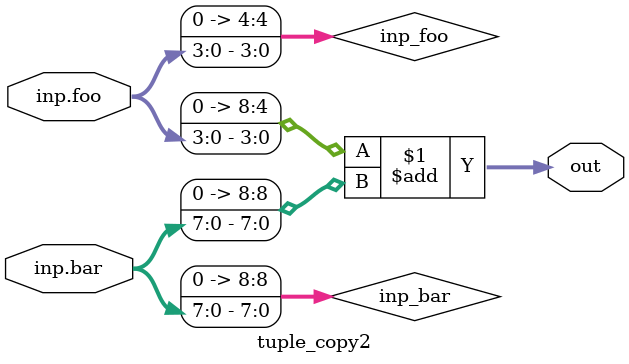
<source format=v>
module tuple_copy2 (
  input  [3:0] \inp.foo ,
  input  [7:0] \inp.bar ,
  output [8:0] out
);

  wire  [8:0] inp_bar;
  wire  [4:0] inp_foo;
  assign inp_foo = {1'b0, \inp.foo };
  assign inp_bar = {1'b0, \inp.bar };

  assign out = $signed(inp_foo ) + $signed(inp_bar);

endmodule

</source>
